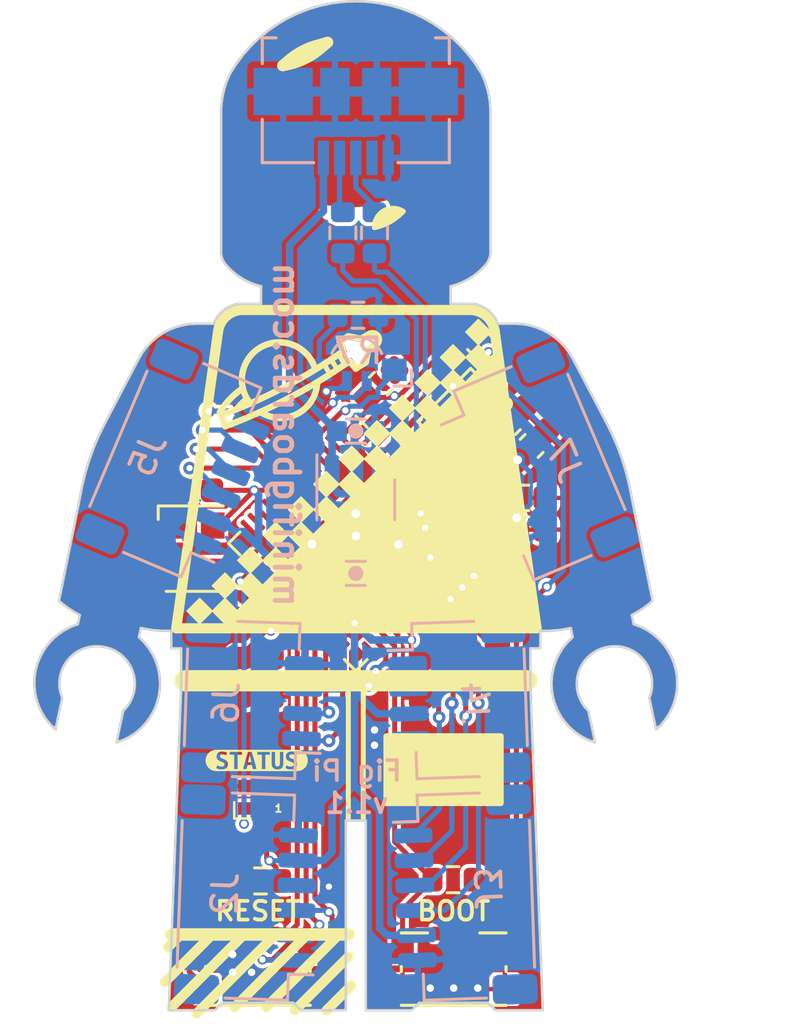
<source format=kicad_pcb>
(kicad_pcb (version 20211014) (generator pcbnew)
  (layers (0 "F.Cu" signal "Top") (31 "B.Cu" signal "Bottom") (34 "B.Paste" user) (35 "F.Paste" user) (36 "B.SilkS" user "B.Silkscreen") (37 "F.SilkS" user "F.Silkscreen") (38 "B.Mask" user) (39 "F.Mask" user) (44 "Edge.Cuts" user))
  (net 0 "")
  (net 1 "GND")
  (net 2 "+1V2")
  (net 3 "+3V3")
  (net 4 "/VDD")
  (net 5 "/USBD-")
  (net 6 "/USBD+")
  (net 8 "/SWDIO")
  (net 9 "/SWCLK")
  (net 10 "/QSPI_CS")
  (net 11 "/QSPI_SCK")
  (net 12 "/QSPI_DATA[3]")
  (net 13 "/QSPI_DATA[2]")
  (net 14 "/QSPI_DATA[1]")
  (net 15 "/QSPI_DATA[0]")
  (net 24 "/RGB_DIN")
  (net 27 "Net-(J1-PadP2)")
  (net 28 "Net-(J1-PadP3)")
  (net 29 "/~{USB_BOOT}")
  (net 30 "/VBUS")
  (net 31 "Net-(J3-Pad1)")
  (net 32 "Net-(J3-Pad2)")
  (net 33 "Net-(J3-Pad3)")
  (net 34 "Net-(J4-Pad1)")
  (net 35 "Net-(J3-Pad4)")
  (net 36 "Net-(J4-Pad2)")
  (net 37 "Net-(J6-Pad1)")
  (net 38 "Net-(J6-Pad2)")
  (net 40 "Net-(J5-Pad3)")
  (net 41 "Net-(J5-Pad4)")
  (net 42 "Net-(J5-Pad5)")
  (net 43 "Net-(J5-Pad6)")
  (net 44 "/RUN")
  (net 46 "Net-(J7-Pad1)")
  (net 47 "Net-(J7-Pad2)")
  (net 48 "Net-(J7-Pad3)")
  (net 49 "Net-(J7-Pad4)")
  (net 50 "/LED_R")
  (net 51 "Net-(D1-Pad2)")
  (net 52 "/LED_B")
  (net 53 "/LED_G")
  (net 54 "Net-(U1-Pad20)")
  (footprint "Capacitor_SMD:C_0603_1608Metric" (layer "F.Cu") (at 18.1356 -23.5204 -135)
    (fp_text reference "C1" hide)
    (fp_text value "0.1µF")
  )
  (footprint "Capacitor_SMD:C_0603_1608Metric" (layer "F.Cu") (at 19.05 -22.606 -135)
    (fp_text reference "C5" hide)
    (fp_text value "0.1µF")
  )
  (footprint "Capacitor_SMD:C_0402_1005Metric" (layer "F.Cu") (at 16.887 -21.02 45)
    (fp_text reference "C2")
    (fp_text value "1µF")
  )
  (footprint "Capacitor_SMD:C_0603_1608Metric" (layer "F.Cu") (at 7.366 -13.335 90)
    (fp_text reference "C8" hide)
    (fp_text value "0.1µF")
  )
  (footprint "Capacitor_SMD:C_0603_1608Metric" (layer "F.Cu") (at 8.636 -13.335 90)
    (fp_text reference "C3" hide)
    (fp_text value "0.1µF")
  )
  (footprint "Capacitor_SMD:C_0603_1608Metric" (layer "F.Cu") (at 5.461 -20.828)
    (fp_text reference "C7" hide)
    (fp_text value "0.1µF")
  )
  (footprint "Capacitor_SMD:C_0603_1608Metric" (layer "F.Cu") (at 18.796 -20.5232 180)
    (fp_text reference "C6" hide)
    (fp_text value "1µF")
  )
  (footprint "MINI_SAM_D51_r025_b001:KMS_SWITCH" (layer "F.Cu") (at 8.075 -1.65)
    (fp_text reference "SW1" hide)
    (fp_text value "KMS233GLFG" hide)
  )
  (footprint "MINI_SAM_D51_r025_b001:KMS_SWITCH" (layer "F.Cu") (at 15.925 -1.65)
    (fp_text reference "SW2" hide)
    (fp_text value "KMS233GLFG" hide)
  )
  (footprint "Resistor_SMD:R_0603_1608Metric" (layer "F.Cu") (at 15.9004 -5.2324)
    (fp_text reference "R3" hide)
    (fp_text value "1k")
  )
  (footprint "MINI_SAM_D51_r025_b001:USON8" (layer "F.Cu") (at 16.252 -23.941 -135)
    (fp_text reference "U2" hide)
    (fp_text value "QSPI NOR FLASH 2MiB 2x3mm USON (W25Q16JVUXIM)" hide)
  )
  (footprint "Resistor_SMD:R_0603_1608Metric" (layer "F.Cu") (at 17.018 -26.67 -45)
    (fp_text reference "R4" hide)
    (fp_text value "10k")
  )
  (footprint "Resistor_SMD:R_0603_1608Metric" (layer "F.Cu") (at 8.1788 -5.1816 180)
    (fp_text reference "R5" hide)
    (fp_text value "10k")
  )
  (footprint "kibuzzard-620D4CA4" (layer "F.Cu") (at 8.0264 -10.0076)
    (fp_text reference "kibuzzard-620D4CA4" hide)
    (fp_text value "G***" hide)
  )
  (footprint "Capacitor_SMD:C_0603_1608Metric" (layer "F.Cu") (at 13.0048 -25.0952 -135)
    (fp_text reference "C11" hide)
    (fp_text value "0.1µF")
  )
  (footprint "Capacitor_SMD:C_0603_1608Metric" (layer "F.Cu") (at 17.8816 -17.7292 135)
    (fp_text reference "C14")
    (fp_text value "0.1µF")
  )
  (footprint "LED_SMD:LED_SK6812_EC15_1.5x1.5mm" (layer "F.Cu") (at 7.9756 -8.5344 180)
    (fp_text reference "D4" hide)
    (fp_text value "WS2812B")
  )
  (footprint "Capacitor_SMD:C_0603_1608Metric" (layer "F.Cu") (at 18.796 -19.2532 180)
    (fp_text reference "C13" hide)
    (fp_text value "0.1µF")
  )
  (footprint "Capacitor_SMD:C_0603_1608Metric" (layer "F.Cu") (at 14.6 -13.3 90)
    (fp_text reference "C12" hide)
    (fp_text value "0.1µF")
  )
  (footprint "Oscillator:Oscillator_SMD_Kyocera_KC2520Z-4Pin_2.5x2.0mm" (layer "F.Cu") (at 5.5372 -18.4912)
    (fp_text reference "U4" hide)
    (fp_text value "KC2520Z")
  )
  (footprint "Library:QFN-56-1EP_7x7mm_P0.4mm_EP3.2x3.2mm" (layer "F.Cu") (at 12 -18.7 -45)
    (fp_text reference "U1")
    (fp_text value "RP2040")
  )
  (footprint "MINI_SAM_D51_r025_b001:MOLEX_47346-1001" (layer "B.Cu") (at 12 -36.8 180)
    (fp_text reference "J1" hide)
    (fp_text value "MOLEX_47346-100147346" hide)
  )
  (footprint "MINI_SAM_D51_r025_b001:0603_CAPACITOR" (layer "B.Cu") (at 12 -17.5)
    (fp_text reference "C10" hide)
    (fp_text value "10µF" hide)
  )
  (footprint "MINI_SAM_D51_r025_b001:0603_CAPACITOR" (layer "B.Cu") (at 12 -23.2 180)
    (fp_text reference "C9" hide)
    (fp_text value "10µF" hide)
  )
  (footprint "Package_TO_SOT_SMD:SOT-23-5" (layer "B.Cu") (at 12 -20.447 -90)
    (fp_text reference "U3" hide)
    (fp_text value "AP2112K-3.3")
  )
  (footprint "Resistor_SMD:R_0603_1608Metric" (layer "B.Cu") (at 11.4808 -31.1404 90)
    (fp_text reference "R2" hide)
    (fp_text value "27Ω")
  )
  (footprint "Connector_JST:JST_SH_SM06B-SRSS-TB_1x06-1MP_P1.00mm_Horizontal" (layer "B.Cu") (at 7.62 -4.572 88)
    (fp_text reference "J2")
    (fp_text value "Debug")
  )
  (footprint "Connector_JST:JST_SH_SM06B-SRSS-TB_1x06-1MP_P1.00mm_Horizontal" (layer "B.Cu") (at 19.177 -21.717 -67)
    (fp_text reference "J7")
    (fp_text value "ADC/UART0/UART0/UART1/PWM5/PWM6")
  )
  (footprint "Connector_JST:JST_SH_SM04B-SRSS-TB_1x04-1MP_P1.00mm_Horizontal" (layer "B.Cu") (at 7.874 -12.446 88)
    (fp_text reference "J6")
    (fp_text value "I2C0/PMW0")
  )
  (footprint "Connector_JST:JST_SH_SM06B-SRSS-TB_1x06-1MP_P1.00mm_Horizontal" (layer "B.Cu") (at 16.383 -4.572 -88)
    (fp_text reference "J3")
    (fp_text value "PMW3/PMW4")
  )
  (footprint "Resistor_SMD:R_0603_1608Metric" (layer "B.Cu") (at 12.7508 -31.1404 90)
    (fp_text reference "R1" hide)
    (fp_text value "27Ω")
  )
  (footprint "Connector_JST:JST_SH_SM04B-SRSS-TB_1x04-1MP_P1.00mm_Horizontal" (layer "B.Cu") (at 16.129 -12.446 -88)
    (fp_text reference "J4")
    (fp_text value "I2C1/PMW1")
  )
  (footprint "Resistor_SMD:R_0603_1608Metric" (layer "B.Cu") (at 12.0904 -27.8384)
    (fp_text reference "R7")
    (fp_text value "27R")
  )
  (footprint "LED_SMD:LED_Kingbright_APFA3010_3x1.5mm_Horizontal" (layer "B.Cu") (at 12.0396 -25.654 180)
    (fp_text reference "D1" hide)
    (fp_text value "APFA3010")
  )
  (footprint "Connector_JST:JST_SH_SM06B-SRSS-TB_1x06-1MP_P1.00mm_Horizontal" (layer "B.Cu") (at 4.953 -21.844 67)
    (fp_text reference "J5")
    (fp_text value "SPI0/PWM2/PWM3")
  )
  (gr_circle (center 8.95 -25.24) (end 9.594 -25.24) (layer "F.Cu") (width 1.5) (fill none))
  (gr_line (start 12.2 -26.9) (end 12.474437 -27.049625) (layer "F.SilkS") (width 0.254))
  (gr_line (start 12.818171 -26.652115) (end 12.5 -26.45) (layer "F.SilkS") (width 0.254))
  (gr_line (start 12.5 -26.45) (end 12.4 -25.95) (layer "F.SilkS") (width 0.254))
  (gr_line (start 11.7 -27) (end 12.2 -26.9) (layer "F.SilkS") (width 0.254))
  (gr_line (start 12.881653 -27.013025) (end 12.898034 -26.981537) (layer "F.SilkS") (width 0.254))
  (gr_line (start 12.4 -25.95) (end 12 -25.7) (layer "F.SilkS") (width 0.254))
  (gr_line (start 12 -25.7) (end 11.75 -26) (layer "F.SilkS") (width 0.254))
  (gr_arc (start 12.474437 -27.049625) (mid 12.686063 -27.120527) (end 12.881653 -27.013023) (layer "F.SilkS") (width 0.254))
  (gr_arc (start 12.898034 -26.981537) (mid 12.922457 -26.801224) (end 12.818171 -26.652114) (layer "F.SilkS") (width 0.254))
  (gr_line (start 11.7 -13.35) (end 11.7 -7.65) (layer "F.SilkS") (width 0.2))
  (gr_arc (start 6.478558 -27.189797) (mid 6.812918 -27.804917) (end 7.46874 -28.05) (layer "F.SilkS") (width 0.4064))
  (gr_line (start 18.85 -13.2) (end 5.15 -13.2) (layer "F.SilkS") (width 0.85))
  (gr_line (start 16.581259 -28.05) (end 7.46874 -28.05) (layer "F.SilkS") (width 0.4064))
  (gr_arc (start 16.581257 -28.05) (mid 17.23708 -27.804917) (end 17.57144 -27.189796) (layer "F.SilkS") (width 0.4064))
  (gr_line (start 12.3 -13.35) (end 12.3 -7.65) (layer "F.SilkS") (width 0.2))
  (gr_line (start 6.478559 -27.189796) (end 4.8 -15.3) (layer "F.SilkS") (width 0.4064))
  (gr_line (start 4.8 -15.3) (end 19.25 -15.3) (layer "F.SilkS") (width 0.4064))
  (gr_line (start 19.25 -15.3) (end 17.57144 -27.189796) (layer "F.SilkS") (width 0.4064))
  (gr_arc (start 12.75 -31.35) (mid 13.127786 -32.023918) (end 13.9 -31.999998) (layer "F.SilkS") (width 0.2032))
  (gr_arc (start 13.9 -32) (mid 13.375022 -31.586499) (end 12.75 -31.35) (layer "F.SilkS") (width 0.2032))
  (gr_arc (start 7.7 -24.4) (mid 8.252444 -26.591497) (end 10.349999 -25.749998) (layer "F.SilkS") (width 0.254))
  (gr_arc (start 10.7173 -25.897409) (mid 10.838016 -25.690546) (end 10.95867 -25.483646) (layer "F.SilkS") (width 0.2))
  (gr_arc (start 10.84509 -38.867928) (mid 10.961175 -38.819009) (end 10.937289 -38.695322) (layer "F.SilkS") (width 0.25))
  (gr_arc (start 9.090475 -37.736771) (mid 8.97934 -37.789667) (end 9.003702 -37.910313) (layer "F.SilkS") (width 0.25))
  (gr_line (start 9.333346 -37.790743) (end 9.090475 -37.736771) (layer "F.SilkS") (width 0.25))
  (gr_line (start 11.5 -26.4) (end 11.35 -26.8) (layer "F.SilkS") (width 0.254))
  (gr_line (start 13.7 -32) (end 13.15 -31.95) (layer "F.SilkS") (width 0.25))
  (gr_line (start 11.35 -26.8) (end 11.7 -27) (layer "F.SilkS") (width 0.254))
  (gr_arc (start 9.257278 -38.127665) (mid 9.782998 -38.488959) (end 10.373221 -38.730934) (layer "F.SilkS") (width 0.25))
  (gr_arc (start 11.5 -26.4) (mid 9.133977 -24.961581) (end 6.603299 -23.837844) (layer "F.SilkS") (width 0.254))
  (gr_arc (start 10.45 -25.1) (mid 9.650561 -23.888035) (end 8.200001 -23.949999) (layer "F.SilkS") (width 0.254))
  (gr_arc (start 6.55 -23.95) (mid 6.658292 -23.66865) (end 6.766477 -23.387258) (layer "F.SilkS") (width 0.254))
  (gr_line (start 10.373221 -38.730934) (end 10.84509 -38.867928) (layer "F.SilkS") (width 0.25))
  (gr_arc (start 11.3015 -26.303809) (mid 11.427748 -26.08747) (end 11.553928 -25.871092) (layer "F.SilkS") (width 0.2))
  (gr_line (start 9.2 -37.9) (end 10.75 -38.7) (layer "F.SilkS") (width 0.35))
  (gr_line (start 9.003703 -37.910315) (end 9.257278 -38.127665) (layer "F.SilkS") (width 0.25))
  (gr_arc (start 10.612131 -38.42219) (mid 10.010808 -38.02937) (end 9.333346 -37.790742) (layer "F.SilkS") (width 0.25))
  (gr_arc (start 11.75 -26) (mid 9.341011 -24.536105) (end 6.764719 -23.392017) (layer "F.SilkS") (width 0.254))
  (gr_arc (start 6.55 -23.95) (mid 6.947979 -24.474283) (end 7.45 -24.9) (layer "F.SilkS") (width 0.254))
  (gr_arc (start 10.9967 -26.100609) (mid 11.128481 -25.874796) (end 11.260188 -25.64894) (layer "F.SilkS") (width 0.2))
  (gr_line (start 12.9 -31.55) (end 13.7 -32) (layer "F.SilkS") (width 0.25))
  (gr_line (start 13.15 -31.95) (end 12.9 -31.6) (layer "F.SilkS") (width 0.25))
  (gr_arc (start 7.2375 -24.094009) (mid 7.4252 -24.301374) (end 7.635436 -24.485852) (layer "F.SilkS") (width 0.254))
  (gr_line (start 10.93729 -38.695325) (end 10.612131 -38.42219) (layer "F.SilkS") (width 0.25))
  (gr_poly (pts (xy 16.4069 -26.151409) (xy 15.8989 -25.643409) (xy 15.3909 -26.151409) (xy 15.8989 -26.659409)) (layer "F.SilkS") (width 0.05) (fill solid))
  (gr_poly (pts (xy 15.3909 -25.135409) (xy 14.8829 -24.627409) (xy 14.3749 -25.135409) (xy 14.8829 -25.643409)) (layer "F.SilkS") (width 0.05) (fill solid))
  (gr_poly (pts (xy 14.3749 -24.119409) (xy 13.8669 -23.611409) (xy 13.3589 -24.119409) (xy 13.8669 -24.627409)) (layer "F.SilkS") (width 0.05) (fill solid))
  (gr_poly (pts (xy 13.3589 -23.103409) (xy 12.8509 -22.595409) (xy 12.3429 -23.103409) (xy 12.8509 -23.611409)) (layer "F.SilkS") (width 0.05) (fill solid))
  (gr_poly (pts (xy 12.3429 -22.087409) (xy 11.8349 -21.579409) (xy 11.3269 -22.087409) (xy 11.8349 -22.595409)) (layer "F.SilkS") (width 0.05) (fill solid))
  (gr_poly (pts (xy 11.3269 -21.071409) (xy 10.8189 -20.563409) (xy 10.3109 -21.071409) (xy 10.8189 -21.579409)) (layer "F.SilkS") (width 0.05) (fill solid))
  (gr_poly (pts (xy 10.3109 -20.055409) (xy 9.8029 -19.547409) (xy 9.2949 -20.055409) (xy 9.8029 -20.563409)) (layer "F.SilkS") (width 0.05) (fill solid))
  (gr_poly (pts (xy 9.2949 -19.039409) (xy 8.7869 -18.531409) (xy 8.2789 -19.039409) (xy 8.7869 -19.547409)) (layer "F.SilkS") (width 0.05) (fill solid))
  (gr_poly (pts (xy 8.2789 -18.023409) (xy 7.7709 -17.515409) (xy 7.2629 -18.023409) (xy 7.7709 -18.531409)) (layer "F.SilkS") (width 0.05) (fill solid))
  (gr_poly (pts (xy 7.2629 -17.007409) (xy 6.7549 -16.499409) (xy 6.2469 -17.007409) (xy 6.7549 -17.515409)) (layer "F.SilkS") (width 0.05) (fill solid))
  (gr_poly (pts (xy 6.2469 -15.991409) (xy 5.7389 -15.483409) (xy 5.2309 -15.991409) (xy 5.7389 -16.499409)) (layer "F.SilkS") (width 0.05) (fill solid))
  (gr_poly (pts (xy 17.4229 -26.151409) (xy 16.9149 -25.643409) (xy 16.4069 -26.151409) (xy 16.9149 -26.659409)) (layer "F.SilkS") (width 0.05) (fill solid))
  (gr_poly (pts (xy 16.4069 -25.135409) (xy 15.8989 -24.627409) (xy 15.3909 -25.135409) (xy 15.8989 -25.643409)) (layer "F.SilkS") (width 0.05) (fill solid))
  (gr_poly (pts (xy 15.3909 -24.119409) (xy 14.8829 -23.611409) (xy 14.3749 -24.119409) (xy 14.8829 -24.627409)) (layer "F.SilkS") (width 0.05) (fill solid))
  (gr_poly (pts (xy 14.3749 -23.103409) (xy 13.8669 -22.595409) (xy 13.3589 -23.103409) (xy 13.8669 -23.611409)) (layer "F.SilkS") (width 0.05) (fill solid))
  (gr_poly (pts (xy 13.3589 -22.087409) (xy 12.8509 -21.579409) (xy 12.3429 -22.087409) (xy 12.8509 -22.595409)) (layer "F.SilkS") (width 0.05) (fill solid))
  (gr_poly (pts (xy 12.3429 -21.071409) (xy 11.8349 -20.563409) (xy 11.3269 -21.071409) (xy 11.8349 -21.579409)) (layer "F.SilkS") (width 0.05) (fill solid))
  (gr_poly (pts (xy 11.3269 -20.055409) (xy 10.8189 -19.547409) (xy 10.3109 -20.055409) (xy 10.8189 -20.563409)) (layer "F.SilkS") (width 0.05) (fill solid))
  (gr_poly (pts (xy 10.3109 -19.039409) (xy 9.8029 -18.531409) (xy 9.2949 -19.039409) (xy 9.8029 -19.547409)) (layer "F.SilkS") (width 0.05) (fill solid))
  (gr_poly (pts (xy 9.2949 -18.023409) (xy 8.7869 -17.515409) (xy 8.2789 -18.023409) (xy 8.7869 -18.531409)) (layer "F.SilkS") (width 0.05) (fill solid))
  (gr_poly (pts (xy 8.2789 -17.007409) (xy 7.7709 -16.499409) (xy 7.2629 -17.007409) (xy 7.7709 -17.515409)) (layer "F.SilkS") (width 0.05) (fill solid))
  (gr_poly (pts (xy 7.2629 -15.991409) (xy 6.7549 -15.483409) (xy 6.2469 -15.991409) (xy 6.7549 -16.499409)) (layer "F.SilkS") (width 0.05) (fill solid))
  (gr_line (start 5.6119 0.137591) (end 8.7869 -3.037409) (layer "F.SilkS") (width 0.4))
  (gr_line (start 7.1359 -0.116409) (end 10.0569 -3.037409) (layer "F.SilkS") (width 0.4))
  (gr_line (start 8.4059 -0.116409) (end 11.3269 -3.037409) (layer "F.SilkS") (width 0.4))
  (gr_line (start 9.5489 0.010591) (end 11.7079 -2.148409) (layer "F.SilkS") (width 0.4))
  (gr_line (start 10.8189 0.010591) (end 11.8349 -1.005409) (layer "F.SilkS") (width 0.4))
  (gr_line (start 4.3419 -1.132409) (end 6.2469 -3.037409) (layer "F.SilkS") (width 0.4))
  (gr_line (start 4.4689 -2.529409) (end 4.9769 -3.037409) (layer "F.SilkS") (width 0.4))
  (gr_line (start 11.7079 -3.037409) (end 4.5959 -3.037409) (layer "F.SilkS") (width 0.5))
  (gr_line (start 13.2334 -10.9728) (end 13.2334 -8.3058) (layer "F.SilkS") (width 0.25))
  (gr_poly (pts (xy 17.4229 -27.167409) (xy 16.9149 -26.659409) (xy 16.4069 -27.167409) (xy 16.9149 -27.675409)) (layer "F.SilkS") (width 0.05) (fill solid))
  (gr_line (start 4.5959 -0.116409) (end 7.5169 -3.037409) (layer "F.SilkS") (width 0.4))
  (gr_poly (pts (xy 17.6784 -8.4328) (xy 13.3477 -8.4328) (xy 13.3477 -10.8585) (xy 17.6784 -10.8585)) (layer "F.SilkS") (width 0.25) (fill solid))
  (gr_poly (pts (xy 19.25 -15.3) (xy 6.689343 -15.371842) (xy 6.7549 -15.483409) (xy 17.6769 -26.405409)) (layer "F.SilkS") (width 0.1) (fill solid))
  (gr_line (start 17.8054 -10.9728) (end 13.2334 -10.9728) (layer "F.SilkS") (width 0.25))
  (gr_line (start 17.8054 -8.3058) (end 17.8054 -10.9728) (layer "F.SilkS") (width 0.25))
  (gr_line (start 13.2334 -8.3058) (end 17.8054 -8.3058) (layer "F.SilkS") (width 0.25))
  (gr_line (start 4.6 -14.5) (end 4.6 -15.2) (layer "Edge.Cuts") (width 0.1))
  (gr_line (start 23.9 -16.4) (end 23.060403 -20.537584) (layer "Edge.Cuts") (width 0.1))
  (gr_line (start 5 -14.5) (end 4.6 -14.5) (layer "Edge.Cuts") (width 0.1))
  (gr_line (start 2.675259 -11.996596) (end 2.404971 -10.725006) (layer "Edge.Cuts") (width 0.1))
  (gr_arc (start 21.595025 -10.725006) (mid 19.903363 -12.571132) (end 20.697887 -14.945712) (layer "Edge.Cuts") (width 0.1))
  (gr_line (start 16.681965 -28.3) (end 15.8 -28.3) (layer "Edge.Cuts") (width 0.1))
  (gr_line (start 15.8 -28.3) (end 15.8 -29) (layer "Edge.Cuts") (width 0.1))
  (gr_arc (start 3.302112 -14.945712) (mid 4.096635 -12.57113) (end 2.40497 -10.725004) (layer "Edge.Cuts") (width 0.1))
  (gr_arc (start 23.143256 -15.46549) (mid 24.834919 -13.619364) (end 24.040396 -11.244783) (layer "Edge.Cuts") (width 0.1))
  (gr_arc (start 21.324738 -11.996595) (mid 20.919513 -13.494335) (end 22.060912 -14.545353) (layer "Edge.Cuts") (width 0.1))
  (gr_line (start 20.697887 -14.945712) (end 20.619921 -15.312518) (layer "Edge.Cuts") (width 0.1))
  (gr_line (start 21.32474 -11.996596) (end 21.595028 -10.725006) (layer "Edge.Cuts") (width 0.1))
  (gr_line (start 23.770109 -12.516375) (end 24.040396 -11.244784) (layer "Edge.Cuts") (width 0.1))
  (gr_line (start 0.856743 -15.46549) (end 0.934709 -15.832296) (layer "Edge.Cuts") (width 0.1))
  (gr_line (start 8.2 -28.3) (end 7.318034 -28.3) (layer "Edge.Cuts") (width 0.1))
  (gr_arc (start 0.229888 -12.516376) (mid 0.468881 -14.049448) (end 1.939087 -14.545353) (layer "Edge.Cuts") (width 0.1))
  (gr_line (start 19 -14.5) (end 19.4 -14.5) (layer "Edge.Cuts") (width 0.1))
  (gr_line (start 23.143256 -15.46549) (end 23.06529 -15.832296) (layer "Edge.Cuts") (width 0.1))
  (gr_arc (start 23.9 -16.4) (mid 23.50125 -16.088793) (end 23.06529 -15.832296) (layer "Edge.Cuts") (width 0.1))
  (gr_line (start 8.2 -28.3) (end 8.2 -29) (layer "Edge.Cuts") (width 0.1))
  (gr_arc (start 20.619921 -15.312518) (mid 20.013648 -15.21628) (end 19.4 -15.2) (layer "Edge.Cuts") (width 0.1))
  (gr_line (start 3.302112 -14.945712) (end 3.380078 -15.312518) (layer "Edge.Cuts") (width 0.1))
  (gr_line (start 19.4 -14.5) (end 19.4 -15.2) (layer "Edge.Cuts") (width 0.1))
  (gr_line (start 0.22989 -12.516375) (end -0.040396 -11.244784) (layer "Edge.Cuts") (width 0.1))
  (gr_arc (start 1.939087 -14.545353) (mid 3.080485 -13.494333) (end 2.675259 -11.996594) (layer "Edge.Cuts") (width 0.1))
  (gr_arc (start -0.040399 -11.244784) (mid -0.834921 -13.619365) (end 0.856743 -15.46549) (layer "Edge.Cuts") (width 0.1))
  (gr_arc (start 22.060912 -14.545353) (mid 23.531119 -14.049448) (end 23.770108 -12.516374) (layer "Edge.Cuts") (width 0.1))
  (gr_arc (start 3.299999 -26.1) (mid 4.263015 -27.122808) (end 5.616256 -27.5) (layer "Edge.Cuts") (width 0.1))
  (gr_line (start 17.7 -27.5) (end 18.383743 -27.5) (layer "Edge.Cuts") (width 0.1))
  (gr_arc (start 18.383743 -27.5) (mid 19.736984 -27.122807) (end 20.699999 -26.099999) (layer "Edge.Cuts") (width 0.1))
  (gr_line (start 6.3 -27.5) (end 5.616256 -27.5) (layer "Edge.Cuts") (width 0.1))
  (gr_arc (start 22.063715 -23.50245) (mid 22.680273 -22.059757) (end 23.060403 -20.537584) (layer "Edge.Cuts") (width 0.1))
  (gr_line (start 20.699999 -26.099999) (end 22.063715 -23.50245) (layer "Edge.Cuts") (width 0.1))
  (gr_line (start 19 -13) (end 19 -14.5) (layer "Edge.Cuts") (width 0.1))
  (gr_line (start 9.5 -0.3) (end 9.8 0) (layer "Edge.Cuts") (width 0.1))
  (gr_line (start 12.4 0) (end 14.25 0) (layer "Edge.Cuts") (width 0.1))
  (gr_line (start 14.55 -0.3) (end 17.3 -0.3) (layer "Edge.Cuts") (width 0.1))
  (gr_line (start 17.3 -0.3) (end 17.6 0) (layer "Edge.Cuts") (width 0.1))
  (gr_line (start 17.6 0) (end 19.5 0) (layer "Edge.Cuts") (width 0.1))
  (gr_arc (start 0.934709 -15.832296) (mid 0.49875 -16.088793) (end 0.1 -16.4) (layer "Edge.Cuts") (width 0.1))
  (gr_line (start 19 -13) (end 19.5 0) (layer "Edge.Cuts") (width 0.1))
  (gr_arc (start 16.681964 -28.300001) (mid 17.304614 -28.044602) (end 17.7 -27.5) (layer "Edge.Cuts") (width 0.1))
  (gr_line (start 6.35 0) (end 6.65 -0.3) (layer "Edge.Cuts") (width 0.1))
  (gr_line (start 12.4 -7.6) (end 12.4 0) (layer "Edge.Cuts") (width 0.1))
  (gr_line (start 1.936284 -23.50245) (end 3.3 -26.1) (layer "Edge.Cuts") (width 0.1))
  (gr_line (start 14.25 0) (end 14.55 -0.3) (layer "Edge.Cuts") (width 0.1))
  (gr_arc (start 4.6 -15.2) (mid 3.986352 -15.21628) (end 3.380078 -15.312518) (layer "Edge.Cuts") (width 0.1))
  (gr_line (start 9.8 0) (end 11.6 0) (layer "Edge.Cuts") (width 0.1))
  (gr_line (start 5 -13) (end 5 -14.5) (layer "Edge.Cuts") (width 0.1))
  (gr_arc (start 6.299999 -27.5) (mid 6.695385 -28.044602) (end 7.318034 -28.3) (layer "Edge.Cuts") (width 0.1))
  (gr_line (start 5 -13) (end 4.5 0) (layer "Edge.Cuts") (width 0.1))
  (gr_line (start 11.6 0) (end 11.6 -7.6) (layer "Edge.Cuts") (width 0.1))
  (gr_line (start 0.1 -16.4) (end 0.939596 -20.537584) (layer "Edge.Cuts") (width 0.1))
  (gr_arc (start 0.939596 -20.537584) (mid 1.319727 -22.059756) (end 1.936284 -23.50245) (layer "Edge.Cuts") (width 0.1))
  (gr_line (start 4.5 0) (end 6.35 0) (layer "Edge.Cuts") (width 0.1))
  (gr_line (start 11.6 -7.6) (end 12.4 -7.6) (layer "Edge.Cuts") (width 0.1))
  (gr_line (start 6.65 -0.3) (end 9.5 -0.3) (layer "Edge.Cuts") (width 0.1))
  (gr_arc (start 8.2 -29) (mid 7.463434 -29.296107) (end 6.85 -29.8) (layer "Edge.Cuts") (width 0.1))
  (gr_arc (start 17.399999 -30.3) (mid 17.319081 -30.027959) (end 17.15 -29.8) (layer "Edge.Cuts") (width 0.1))
  (gr_line (start 6.6 -30.3) (end 6.6 -36) (layer "Edge.Cuts") (width 0.1))
  (gr_arc (start 6.95 -37.5) (mid 12 -40.415619) (end 17.05 -37.5) (layer "Edge.Cuts") (width 0.1))
  (gr_arc (start 6.85 -29.8) (mid 6.680918 -30.027959) (end 6.6 -30.3) (layer "Edge.Cuts") (width 0.1))
  (gr_line (start 17.4 -30.3) (end 17.4 -36) (layer "Edge.Cuts") (width 0.1))
  (gr_arc (start 17.15 -29.8) (mid 16.536566 -29.296107) (end 15.8 -29) (layer "Edge.Cuts") (width 0.1))
  (gr_arc (start 6.6 -36) (mid 6.692862 -36.769166) (end 6.95 -37.5) (layer "Edge.Cuts") (width 0.1))
  (gr_arc (start 17.05 -37.5) (mid 17.307138 -36.769166) (end 17.4 -36) (layer "Edge.Cuts") (width 0.1))
  (gr_text "minifigboards.com" (at 9.8044 -16.0528 -90) (layer "B.SilkS") (effects (font (size 1 1) (thickness 0.1905)) (justify left top mirror)))
  (gr_text "Fig Pi\nv1.1" (at 12.0396 -8.9408) (layer "B.SilkS") (effects (font (size 0.8 0.8)) (justify mirror)))
  (gr_text "BOOT" (at 15.925 -4.411409) (layer "F.SilkS") (effects (font (size 0.75 0.75)) (justify top)))
  (gr_text "RESET" (at 8.075 -4.411409) (layer "F.SilkS") (effects (font (size 0.75 0.75)) (justify top)))
  (segment (start 13.875 -0.85) (end 13.9 -0.85) (width 0.2032) (layer "F.Cu") (net 1))
  (segment (start 16.002 -24.892) (end 16.142339 -24.892) (width 0.2032) (layer "F.Cu") (net 1))
  (segment (start 16.142339 -24.892) (end 16.605553 -25.355214) (width 0.2032) (layer "F.Cu") (net 1))
  (via (at 12 -19) (size 0.604) (drill 0.35) (layers "F.Cu" "B.Cu") (net 1))
  (via (at 10.237 -18.669) (size 0.604) (drill 0.35) (layers "F.Cu" "B.Cu") (net 1))
  (via (at 13.716 -18.664) (size 0.604) (drill 0.35) (layers "F.Cu" "B.Cu") (net 1))
  (via (at 7.0612 -2.2352) (size 0.554) (drill 0.3) (layers "F.Cu" "B.Cu") (net 1))
  (via (at 12 -19.9) (size 0.604) (drill 0.35) (layers "F.Cu" "B.Cu") (net 1))
  (via (at 16.891 -0.889) (size 0.554) (drill 0.3) (layers "F.Cu" "B.Cu") (net 1))
  (via (at 15.9004 -24.9936) (size 0.4) (drill 0.254) (layers "F.Cu" "B.Cu") (net 1))
  (via (at 14.986 -0.889) (size 0.554) (drill 0.3) (layers "F.Cu" "B.Cu") (net 1))
  (via (at 15.925 -0.889) (size 0.554) (drill 0.3) (layers "F.Cu" "B.Cu") (net 1))
  (via (at 10.922 -4.953) (size 0.4) (drill 0.254) (layers "F.Cu" "B.Cu") (net 1))
  (via (at 12.7508 -11.2268) (size 0.554) (drill 0.3) (layers "F.Cu" "B.Cu") (net 1))
  (via (at 12.7508 -10.6172) (size 0.554) (drill 0.3) (layers "F.Cu" "B.Cu") (net 1))
  (via (at 7.0612 -1.524) (size 0.554) (drill 0.3) (layers "F.Cu" "B.Cu") (net 1))
  (via (at 7.8232 -1.524) (size 0.554) (drill 0.3) (layers "F.Cu" "B.Cu") (net 1))
  (segment (start 11.1625 -36.8) (end 9.0875 -36.8) (width 0.4064) (layer "B.Cu") (net 1))
  (segment (start 12.8375 -36.8) (end 11.1625 -36.8) (width 0.4064) (layer "B.Cu") (net 1))
  (segment (start 14.9125 -36.8) (end 12.8375 -36.8) (width 0.4064) (layer "B.Cu") (net 1))
  (segment (start 16.547589 -20.680589) (end 16.547589 -20.606004) (width 0.2032) (layer "F.Cu") (net 2))
  (segment (start 8.859864 -14.711336) (end 9.993585 -15.845056) (width 0.2032) (layer "F.Cu") (net 2))
  (segment (start 14.289258 -21.272101) (end 13.959222 -20.942065) (width 0.2032) (layer "F.Cu") (net 2))
  (segment (start 15.373435 -19.424565) (end 15.367 -19.431) (width 0.2032) (layer "F.Cu") (net 2))
  (segment (start 8.636 -13.815) (end 8.636 -14.487472) (width 0.2032) (layer "F.Cu") (net 2))
  (segment (start 16.547589 -20.680589) (end 16.526174 -20.680589) (width 0.2032) (layer "F.Cu") (net 2))
  (segment (start 16.526174 -20.680589) (end 15.703472 -19.857887) (width 0.2032) (layer "F.Cu") (net 2))
  (segment (start 8.636 -14.487472) (end 8.859864 -14.711336) (width 0.2032) (layer "F.Cu") (net 2))
  (segment (start 10.332267 -16.183738) (end 12.125536 -16.183738) (width 0.2032) (layer "F.Cu") (net 2))
  (segment (start 15.113 -18.923) (end 15.373435 -19.183435) (width 0.2032) (layer "F.Cu") (net 2))
  (segment (start 15.367 -19.431) (end 15.367 -19.455683) (width 0.2032) (layer "F.Cu") (net 2))
  (segment (start 15.367 -19.455683) (end 15.703472 -19.792155) (width 0.2032) (layer "F.Cu") (net 2))
  (segment (start 14.289258 -21.272101) (end 14.926157 -21.909) (width 0.2032) (layer "F.Cu") (net 2))
  (segment (start 9.993585 -15.845056) (end 10.332267 -16.183738) (width 0.2032) (layer "F.Cu") (net 2))
  (segment (start 12.125536 -16.183738) (end 14.864798 -18.923) (width 0.2032) (layer "F.Cu") (net 2))
  (segment (start 13.959222 -20.942065) (end 13.959222 -19.568778) (width 0.2032) (layer "F.Cu") (net 2))
  (segment (start 16.47686 -21.909) (end 17.387852 -22.819992) (width 0.2032) (layer "F.Cu") (net 2))
  (segment (start 15.373435 -19.183435) (end 15.373435 -19.424565) (width 0.2032) (layer "F.Cu") (net 2))
  (segment (start 13.959222 -19.568778) (end 14.605 -18.923) (width 0.2032) (layer "F.Cu") (net 2))
  (segment (start 14.986 -18.923) (end 15.113 -18.923) (width 0.2032) (layer "F.Cu") (net 2))
  (segment (start 14.864798 -18.923) (end 14.986 -18.923) (width 0.2032) (layer "F.Cu") (net 2))
  (segment (start 15.703472 -19.792155) (end 15.703472 -19.857887) (width 0.2032) (layer "F.Cu") (net 2))
  (segment (start 14.605 -18.923) (end 14.986 -18.923) (width 0.2032) (layer "F.Cu") (net 2))
  (segment (start 17.387852 -22.819992) (end 17.435192 -22.819992) (width 0.2032) (layer "F.Cu") (net 2))
  (segment (start 14.926157 -21.909) (end 16.47686 -21.909) (width 0.2032) (layer "F.Cu") (net 2))
  (segment (start 7.9248 -20.828) (end 8.457787 -20.828) (width 0.2032) (layer "F.Cu") (net 3))
  (segment (start 13.734258 -24.605458) (end 16.331363 -27.202563) (width 0.2032) (layer "F.Cu") (net 3))
  (segment (start 18.021 -18.964616) (end 17.333592 -18.277208) (width 0.2032) (layer "F.Cu") (net 3))
  (segment (start 18.021 -20.5232) (end 18.454002 -20.090198) (width 0.2032) (layer "F.Cu") (net 3))
  (segment (start 18.454002 -20.090198) (end 18.454002 -19.724002) (width 0.2032) (layer "F.Cu") (net 3))
  (segment (start 8.393047 -15.198411) (end 8.594411 -15.198411) (width 0.2032) (layer "F.Cu") (net 3))
  (segment (start 18.249588 -22.005596) (end 18.349592 -21.905592) (width 0.2032) (layer "F.Cu") (net 3))
  (segment (start 6.513 -19.4162) (end 7.9248 -20.828) (width 0.2032) (layer "F.Cu") (net 3))
  (segment (start 16.331363 -27.202563) (end 16.383837 -27.202563) (width 0.2032) (layer "F.Cu") (net 3))
  (segment (start 6.236 -20.828) (end 7.9248 -20.828) (width 0.2032) (layer "F.Cu") (net 3))
  (segment (start 16.269157 -18.107798) (end 17.164182 -18.107798) (width 0.2032) (layer "F.Cu") (net 3))
  (segment (start 14.224 -15.061787) (end 13.723573 -15.562214) (width 0.2032) (layer "F.Cu") (net 3))
  (segment (start 17.981998 -19.292202) (end 18.021 -19.2532) (width 0.2032) (layer "F.Cu") (net 3))
  (segment (start 15.429 -21.280471) (end 14.854944 -20.706415) (width 0.2032) (layer "F.Cu") (net 3))
  (segment (start 13.545342 -24.605458) (end 13.734258 -24.605458) (width 0.2032) (layer "F.Cu") (net 3))
  (segment (start 18.021 -19.2532) (end 18.454002 -19.686202) (width 0.2032) (layer "F.Cu") (net 3))
  (segment (start 8.4256 -8.0844) (end 8.4256 -6.1032) (width 0.2032) (layer "F.Cu") (net 3))
  (segment (start 13.545342 -24.605458) (end 13.487076 -24.547192) (width 0.2032) (layer "F.Cu") (net 3))
  (segment (start 15.110843 -21.528) (end 14.572101 -20.989258) (width 0.2032) (layer "F.Cu") (net 3))
  (segment (start 17.500155 -20.5232) (end 18.021 -20.5232) (width 0.2032) (layer "F.Cu") (net 3))
  (segment (start 17.075658 -22.005596) (end 18.249588 -22.005596) (width 0.2032) (layer "F.Cu") (net 3))
  (segment (start 8.781254 -15.198411) (end 9.710742 -16.127899) (width 0.2032) (layer "F.Cu") (net 3))
  (segment (start 15.986314 -19.575045) (end 16.269157 -19.292202) (width 0.2032) (layer "F.Cu") (net 3))
  (segment (start 8.4256 -6.1032) (end 8.5344 -5.9944) (width 0.2032) (layer "F.Cu") (net 3))
  (segment (start 16.269157 -19.292202) (end 17.500155 -20.5232) (width 0.2032) (layer "F.Cu") (net 3))
  (segment (start 17.164182 -18.107798) (end 17.333592 -18.277208) (width 0.2032) (layer "F.Cu") (net 3))
  (segment (start 8.594411 -15.198411) (end 8.781254 -15.198411) (width 0.2032) (layer "F.Cu") (net 3))
  (segment (start 6.2622 -19.4162) (end 6.513 -19.4162) (width 0.3048) (layer "F.Cu") (net 3))
  (segment (start 15.429 -21.528) (end 15.429 -21.280471) (width 0.2032) (layer "F.Cu") (net 3))
  (segment (start 7.493 -14.11) (end 7.493 -14.298364) (width 0.2032) (layer "F.Cu") (net 3))
  (segment (start 17.873 -19.115) (end 17.935 -19.177) (width 0.2032) (layer "F.Cu") (net 3))
  (segment (start 16.598062 -21.528) (end 17.075658 -22.005596) (width 0.2032) (layer "F.Cu") (net 3))
  (segment (start 8.8006 -5.7282) (end 8.5344 -5.9944) (width 0.2032) (layer "F.Cu") (net 3))
  (segment (start 18.021 -19.2532) (end 18.021 -18.964616) (width 0.2032) (layer "F.Cu") (net 3))
  (segment (start 14.224 -14.8336) (end 14.224 -15.061787) (width 0.2032) (layer "F.Cu") (net 3))
  (segment (start 12.609192 -24.170551) (end 11.407798 -22.969157) (width 0.2032) (layer "F.Cu") (net 3))
  (segment (start 13.487076 -24.547192) (end 12.456792 -24.547192) (width 0.2032) (layer "F.Cu") (net 3))
  (segment (start 7.493 -14.298364) (end 8.393047 -15.198411) (width 0.2032) (layer "F.Cu") (net 3))
  (segment (start 16.269157 -19.292202) (end 17.981998 -19.292202) (width 0.2032) (layer "F.Cu") (net 3))
  (segment (start 15.429 -21.528) (end 15.110843 -21.528) (width 0.2032) (layer "F.Cu") (net 3))
  (segment (start 15.429 -21.528) (end 16.598062 -21.528) (width 0.2032) (layer "F.Cu") (net 3))
  (segment (start 8.457787 -20.828) (end 8.862214 -20.423573) (width 0.2032) (layer "F.Cu") (net 3))
  (segment (start 18.454002 -19.686202) (end 18.454002 -19.724002) (width 0.2032) (layer "F.Cu") (net 3))
  (segment (start 14.224 -13.815) (end 14.224 -14.8336) (width 0.2032) (layer "F.Cu") (net 3))
  (segment (start 12.609192 -24.191592) (end 12.609192 -24.170551) (width 0.2032) (layer "F.Cu") (net 3))
  (segment (start 8.8006 -5.2324) (end 8.8006 -5.7282) (width 0.2032) (layer "F.Cu") (net 3))
  (via (at 7.9248 -20.828) (size 0.4) (drill 0.254) (layers "F.Cu" "B.Cu") (net 3))
  (via (at 18.4912 -22.0472) (size 0.604) (drill 0.35) (layers "F.Cu" "B.Cu") (net 3))
  (via (at 8.594411 -15.198411) (size 0.4) (drill 0.254) (layers "F.Cu" "B.Cu") (net 3))
  (via (at 11.951 -15.507) (size 0.508) (drill 0.254) (layers "F.Cu" "B.Cu") (net 3))
  (via (at 8.5344 -5.9944) (size 0.4) (drill 0.254) (layers "F.Cu" "B.Cu") (net 3))
  (via (at 13.545342 -24.605458) (size 0.4) (drill 0.254) (layers "F.Cu" "B.Cu") (net 3))
  (via (at 18.454002 -19.724002) (size 0.604) (drill 0.35) (layers "F.Cu" "B.Cu") (net 3))
  (via (at 14.224 -14.8336) (size 0.4) (drill 0.254) (layers "F.Cu" "B.Cu") (net 3))
  (segment (start 11.05 -18.9999) (end 11.05 -17.701) (width 0.3048) (layer "B.Cu") (net 3))
  (segment (start 11.238 -17.5) (end 11.05 -17.701) (width 0.3048) (layer "B.Cu") (net 3))
  (segment (start 11.238 -17.5) (end 11.951 -16.8) (width 0.3048) (layer "B.Cu") (net 3))
  (segment (start 14.0208 -24.13) (end 13.545342 -24.605458) (width 0.2032) (layer "B.Cu") (net 3))
  (segment (start 14.0208 -20.574) (end 14.0208 -24.13) (width 0.2032) (layer "B.Cu") (net 3))
  (segment (start 10.700287 -6.001287) (end 9.671131 -6.001287) (width 0.3048) (layer "B.Cu") (net 3))
  (segment (start 18.9992 -21.5392) (end 18.4912 -22.0472) (width 0.2032) (layer "B.Cu") (net 3))
  (segment (start 11.938 -9.017) (end 11.049 -8.128) (width 0.3048) (layer "B.Cu") (net 3))
  (segment (start 18.9992 -20.2692) (end 18.9992 -21.5392) (width 0.2032) (layer "B.Cu") (net 3))
  (segment (start 17.52278 -19.55478) (end 17.922087 -19.55478) (width 0.2032) (layer "B.Cu") (net 3))
  (segment (start 11.938 -9.017) (end 12.954 -8.001) (width 0.3048) (layer "B.Cu") (net 3))
  (segment (start 11.859896 -12.875896) (end 12.859286 -11.876506) (width 0.3048) (layer "B.Cu") (net 3))
  (segment (start 17.922087 -19.55478) (end 18.091309 -19.724002) (width 0.2032) (layer "B.Cu") (net 3))
  (segment (start 11.859896 -12.875896) (end 9.890231 -12.875896) (width 0.3048) (layer "B.Cu") (net 3))
  (segment (start 17.4244 -17.8308) (end 17.018 -18.2372) (width 0.3048) (layer "B.Cu") (net 3))
  (segment (start 6.60722 -19.68178) (end 6.207913 -19.68178) (width 0.3048) (layer "B.Cu") (net 3))
  (segment (start 9.17 -17.5) (end 9.17 -15.774) (width 0.3048) (layer "B.Cu") (net 3))
  (segment (start 9.664244 -5.9944) (end 9.671131 -6.001287) (width 0.2032) (layer "B.Cu") (net 3))
  (segment (start 8.5344 -5.9944) (end 9.664244 -5.9944) (width 0.2032) (layer "B.Cu") (net 3))
  (segment (start 12.859286 -11.876506) (end 14.147668 -11.876506) (width 0.3048) (layer "B.Cu") (net 3))
  (segment (start 18.454002 -19.724002) (end 18.9992 -20.2692) (width 0.2032) (layer "B.Cu") (net 3))
  (segment (start 17.018 -19.05) (end 17.52278 -19.55478) (width 0.3048) (layer "B.Cu") (net 3))
  (segment (start 13.716 -19.558) (end 14.478 -18.796) (width 0.2032) (layer "B.Cu") (net 3))
  (segment (start 11.951 -12.967) (end 11.859896 -12.875896) (width 0.3048) (layer "B.Cu") (net 3))
  (segment (start 13.716 -19.558) (end 13.716 -20.2692) (width 0.2032) (layer "B.Cu") (net 3))
  (segment (start 13.252885 -3.003115) (end 14.436568 -3.003115) (width 0.3048) (layer "B.Cu") (net 3))
  (segment (start 12.954 -3.302) (end 13.252885 -3.003115) (width 0.3048) (layer "B.Cu") (net 3))
  (segment (start 12.459 -15.507) (end 14.478 -17.526) (width 0.2032) (layer "B.Cu") (net 3))
  (segment (start 17.018 -18.2372) (end 17.018 -19.05) (width 0.3048) (layer "B.Cu") (net 3))
  (segment (start 11.238 -17.5) (end 9.17 -17.5) (width 0.3048) (layer "B.Cu") (net 3))
  (segment (start 9.17 -15.774) (end 8.594411 -15.198411) (width 0.3048) (layer "B.Cu") (net 3))
  (segment (start 7.112 -19.177) (end 6.60722 -19.68178) (width 0.3048) (layer "B.Cu") (net 3))
  (segment (start 8.1026 -18.5674) (end 7.493 -19.177) (width 0.3048) (layer "B.Cu") (net 3))
  (segment (start 8.1026 -18.5674) (end 8.1026 -20.6502) (width 0.3048) (layer "B.Cu") (net 3))
  (segment (start 9.703418 -5.969) (end 9.671131 -6.001287) (width 0.3048) (layer "B.Cu") (net 3))
  (segment (start 9.17 -17.5) (end 8.1026 -18.5674) (width 0.3048) (layer "B.Cu") (net 3))
  (segment (start 8.1026 -20.6502) (end 7.9248 -20.828) (width 0.3048) (layer "B.Cu") (net 3))
  (segment (start 12.954 -8.001) (end 12.954 -3.302) (width 0.3048) (layer "B.Cu") (net 3))
  (segment (start 11.859896 -12.875896) (end 11.938 -12.797792) (width 0.3048) (layer "B.Cu") (net 3))
  (segment (start 11.951 -16.8) (end 11.951 -15.507) (width 0.3048) (layer "B.Cu") (net 3))
  (segment (start 11.951 -15.507) (end 12.459 -15.507) (width 0.3048) (layer "B.Cu") (net 3))
  (segment (start 15.7102 -15.507) (end 17.4244 -17.2212) (width 0.3048) (layer "B.Cu") (net 3))
  (segment (start 7.493 -19.177) (end 7.112 -19.177) (width 0.3048) (layer "B.Cu") (net 3))
  (segment (start 18.091309 -19.724002) (end 18.454002 -19.724002) (width 0.2032) (layer "B.Cu") (net 3))
  (segment (start 11.049 -6.35) (end 10.700287 -6.001287) (width 0.3048) (layer "B.Cu") (net 3))
  (segment (start 17.4244 -17.2212) (end 17.4244 -17.8308) (width 0.3048) (layer "B.Cu") (net 3))
  (segment (start 11.951 -15.507) (end 11.951 -12.967) (width 0.3048) (layer "B.Cu") (net 3))
  (segment (start 14.478 -18.796) (end 14.478 -17.526) (width 0.2032) (layer "B.Cu") (net 3))
  (segment (start 12.6244 -14.8336) (end 11.951 -15.507) (width 0.3048) (layer "B.Cu") (net 3))
  (segment (start 14.224 -14.8336) (end 12.6244 -14.8336) (width 0.3048) (layer "B.Cu") (net 3))
  (segment (start 13.716 -20.2692) (end 14.0208 -20.574) (width 0.2032) (layer "B.Cu") (net 3))
  (segment (start 11.938 -12.797792) (end 11.938 -9.017) (width 0.3048) (layer "B.Cu") (net 3))
  (segment (start 12.459 -15.507) (end 15.7102 -15.507) (width 0.3048) (layer "B.Cu") (net 3))
  (segment (start 11.049 -8.128) (end 11.049 -6.35) (width 0.3048) (layer "B.Cu") (net 3))
  (segment (start 15.104436 -19.824537) (end 15.104436 -19.758803) (width 0.2032) (layer "F.Cu") (net 5))
  (segment (start 15.104436 -19.758803) (end 15.090593 -19.74496) (width 0.2032) (layer "F.Cu") (net 5))
  (segment (start 15.090593 -19.74496) (end 15.090593 -19.681492) (width 0.2032) (layer "F.Cu") (net 5))
  (segment (start 15.01188 -19.42025) (end 14.917724 -19.326094) (width 0.2032) (layer "F.Cu") (net 5))
  (segment (start 15.420629 -20.14073) (end 15.104436 -19.824537) (width 0.2032) (layer "F.Cu") (net 5))
  (segment (start 15.01188 -19.602779) (end 15.01188 -19.42025) (width 0.2032) (layer "F.Cu") (net 5))
  (segment (start 15.090593 -19.681492) (end 15.01188 -19.602779) (width 0.2032) (layer "F.Cu") (net 5))
  (via (at 14.7828 -19.326094) (size 0.508) (drill 0.254) (layers "F.Cu" "B.Cu") (net 5))
  (segment (start 14.0716 -20.122598) (end 14.0716 -19.7104) (width 0.2032) (layer "B.Cu") (net 5))
  (segment (start 14.0716 -19.7104) (end 14.089434 -19.692566) (width 0.2032) (layer "B.Cu") (net 5))
  (segment (start 11.8872 -29.21) (end 12.9032 -29.21) (width 0.2032) (layer "B.Cu") (net 5))
  (segment (start 14.38672 -19.395277) (end 14.386723 -19.395277) (width 0.2032) (layer "B.Cu") (net 5))
  (segment (start 14.478 -19.304) (end 14.89563 -19.304) (width 0.2032) (layer "B.Cu") (net 5))
  (segment (start 12.9032 -29.21) (end 14.42671 -27.68649) (width 0.2032) (layer "B.Cu") (net 5))
  (segment (start 14.42671 -20.477708) (end 14.0716 -20.122598) (width 0.2032) (layer "B.Cu") (net 5))
  (segment (start 14.089434 -19.692566) (end 14.089434 -19.692563) (width 0.2032) (layer "B.Cu") (net 5))
  (segment (start 14.089434 -19.692563) (end 14.38672 -19.395277) (width 0.2032) (layer "B.Cu") (net 5))
  (segment (start 14.386723 -19.395277) (end 14.478 -19.304) (width 0.2032) (layer "B.Cu") (net 5))
  (segment (start 11.4808 -30.3154) (end 11.4808 -29.6164) (width 0.2032) (layer "B.Cu") (net 5))
  (segment (start 11.4808 -29.6164) (end 11.8872 -29.21) (width 0.2032) (layer "B.Cu") (net 5))
  (segment (start 14.89563 -19.304) (end 14.917724 -19.326094) (width 0.2032) (layer "B.Cu") (net 5))
  (segment (start 14.42671 -27.68649) (end 14.42671 -20.477708) (width 0.2032) (layer "B.Cu") (net 5))
  (segment (start 15.137786 -20.423573) (end 14.608262 -19.894049) (width 0.2032) (layer "F.Cu") (net 6))
  (segment (start 14.608262 -19.894049) (end 14.608262 -19.856964) (width 0.2032) (layer "F.Cu") (net 6))
  (via (at 14.596935 -19.902778) (size 0.508) (drill 0.254) (layers "F.Cu" "B.Cu") (net 6))
  (segment (start 13.2588 -29.5656) (end 14.7828 -28.0416) (width 0.2032) (layer "B.Cu") (net 6))
  (segment (start 12.7508 -30.3154) (end 12.7508 -29.6672) (width 0.2032) (layer "B.Cu") (net 6))
  (segment (start 14.7828 -28.0416) (end 14.7828 -20.031502) (width 0.2032) (layer "B.Cu") (net 6))
  (segment (start 12.8524 -29.5656) (end 13.2588 -29.5656) (width 0.2032) (layer "B.Cu") (net 6))
  (segment (start 14.7828 -20.031502) (end 14.608262 -19.856964) (width 0.2032) (layer "B.Cu") (net 6))
  (segment (start 12.7508 -29.6672) (end 12.8524 -29.5656) (width 0.2032) (layer "B.Cu") (net 6))
  (segment (start 10.007111 -14.727212) (end 10.55927 -15.279371) (width 0.2032) (layer "F.Cu") (net 8))
  (segment (start 10.541 -3.429) (end 10.007111 -3.962889) (width 0.2032) (layer "F.Cu") (net 8))
  (segment (start 10.007111 -3.962889) (end 10.007111 -14.727212) (width 0.2032) (layer "F.Cu") (net 8))
  (via (at 10.541 -3.429) (size 0.4) (drill 0.254) (layers "F.Cu" "B.Cu") (net 8))
  (segment (start 10.115115 -3.003115) (end 10.541 -3.429) (width 0.2032) (layer "B.Cu") (net 8))
  (segment (start 9.566432 -3.003115) (end 10.115115 -3.003115) (width 0.2032) (layer "B.Cu") (net 8))
  (segment (start 9.652 -14.937787) (end 9.652 -3.434022) (width 0.2032) (layer "F.Cu") (net 9))
  (segment (start 9.652 -3.434022) (end 9.421489 -3.203511) (width 0.2032) (layer "F.Cu") (net 9))
  (segment (start 8.664022 -2.032) (end 8.255 -2.032) (width 0.2032) (layer "F.Cu") (net 9))
  (segment (start 9.421489 -2.789467) (end 8.664022 -2.032) (width 0.2032) (layer "F.Cu") (net 9))
  (segment (start 9.421489 -3.203511) (end 9.421489 -2.789467) (width 0.2032) (layer "F.Cu") (net 9))
  (segment (start 10.276427 -15.562214) (end 9.652 -14.937787) (width 0.2032) (layer "F.Cu") (net 9))
  (via (at 8.255 -2.032) (size 0.4) (drill 0.254) (layers "F.Cu" "B.Cu") (net 9))
  (segment (start 9.531533 -2.003724) (end 8.283276 -2.003724) (width 0.2032) (layer "B.Cu") (net 9))
  (segment (start 8.283276 -2.003724) (end 8.255 -2.032) (width 0.2032) (layer "B.Cu") (net 9))
  (segment (start 15.921941 -26.246697) (end 16.928371 -26.246697) (width 0.2032) (layer "F.Cu") (net 10))
  (segment (start 17.1196 -5.2324) (end 18.4404 -6.5532) (width 0.2032) (layer "F.Cu") (net 10))
  (segment (start 16.7254 -5.2324) (end 17.1196 -5.2324) (width 0.2032) (layer "F.Cu") (net 10))
  (segment (start 17.444385 -26.080385) (end 17.269534 -25.905534) (width 0.2032) (layer "F.Cu") (net 10))
  (segment (start 16.928371 -26.246697) (end 17.269534 -25.905534) (width 0.2032) (layer "F.Cu") (net 10))
  (segment (start 12.657202 -22.981958) (end 15.921941 -26.246697) (width 0.2032) (layer "F.Cu") (net 10))
  (segment (start 18.4404 -15.748) (end 19.6596 -16.9672) (width 0.2032) (layer "F.Cu") (net 10))
  (segment (start 17.85059 -25.324478) (end 17.85059 -24.478929) (width 0.2032) (layer "F.Cu") (net 10))
  (segment (start 17.506015 -26.080385) (end 17.444385 -26.080385) (width 0.2032) (layer "F.Cu") (net 10))
  (segment (start 17.269534 -25.905534) (end 17.85059 -25.324478) (width 0.2032) (layer "F.Cu") (net 10))
  (segment (start 18.4404 -6.5532) (end 18.4404 -15.748) (width 0.2032) (layer "F.Cu") (net 10))
  (segment (start 17.85059 -24.478929) (end 17.666214 -24.294553) (width 0.2032) (layer "F.Cu") (net 10))
  (via (at 19.6596 -16.9672) (size 0.4) (drill 0.254) (layers "F.Cu" "B.Cu") (net 10))
  (via (at 17.3228 -26.3652) (size 0.4) (drill 0.254) (layers "F.Cu" "B.Cu") (net 10))
  (segment (start 20.32 -22.5552) (end 17.3228 -25.5524) (width 0.2032) (layer "B.Cu") (net 10))
  (segment (start 19.6596 -16.9672) (end 20.32 -17.6276) (width 0.2032) (layer "B.Cu") (net 10))
  (segment (start 17.3228 -25.5524) (end 17.3228 -26.3652) (width 0.2032) (layer "B.Cu") (net 10))
  (segment (start 20.32 -17.6276) (end 20.32 -22.5552) (width 0.2032) (layer "B.Cu") (net 10))
  (segment (start 15.19134 -23.233893) (end 15.11968 -23.233893) (width 0.2032) (layer "F.Cu") (net 11))
  (segment (start 15.11968 -23.233893) (end 13.723573 -21.837786) (width 0.2032) (layer "F.Cu") (net 11))
  (segment (start 15.19134 -23.209553) (end 15.19134 -23.233893) (width 0.2032) (layer "F.Cu") (net 11))
  (segment (start 15.363 -22.671) (end 15.122471 -22.671) (width 0.2032) (layer "F.Cu") (net 12))
  (segment (start 15.122471 -22.671) (end 14.006415 -21.554944) (width 0.2032) (layer "F.Cu") (net 12))
  (segment (start 15.544893 -22.88034) (end 15.544893 -22.852893) (width 0.2032) (layer "F.Cu") (net 12))
  (segment (start 15.544893 -22.852893) (end 15.363 -22.671) (width 0.2032) (layer "F.Cu") (net 12))
  (segment (start 16.279447 -24.322) (end 16.959107 -25.00166) (width 0.2032) (layer "F.Cu") (net 13))
  (segment (start 14.22 -23.465585) (end 13.157887 -22.403472) (width 0.2032) (layer "F.Cu") (net 13))
  (segment (start 14.22 -23.540325) (end 14.22 -23.465585) (width 0.2032) (layer "F.Cu") (net 13))
  (segment (start 14.22 -23.540325) (end 15.001675 -24.322) (width 0.2032) (layer "F.Cu") (net 13))
  (segment (start 15.001675 -24.322) (end 16.279447 -24.322) (width 0.2032) (layer "F.Cu") (net 13))
  (segment (start 12.875045 -22.697586) (end 12.875045 -22.686314) (width 0.2032) (layer "F.Cu") (net 14))
  (segment (start 16.781276 -25.891577) (end 16.069036 -25.891577) (width 0.2032) (layer "F.Cu") (net 14))
  (segment (start 16.069036 -25.891577) (end 12.875045 -22.697586) (width 0.2032) (layer "F.Cu") (net 14))
  (segment (start 17.49547 -24.830917) (end 17.49547 -25.177383) (width 0.2032) (layer "F.Cu") (net 14))
  (segment (start 17.31266 -24.648107) (end 17.49547 -24.830917) (width 0.2032) (layer "F.Cu") (net 14))
  (segment (start 17.49547 -25.177383) (end 16.781276 -25.891577) (width 0.2032) (layer "F.Cu") (net 14))
  (segment (start 14.837786 -23.517685) (end 13.44073 -22.120629) (width 0.2032) (layer "F.Cu") (net 15))
  (segment (start 14.837786 -23.587447) (end 14.837786 -23.517685) (width 0.2032) (layer "F.Cu") (net 15))
  (segment (start 7.5184 -7.4676) (end 7.5184 -8.0772) (width 0.2032) (layer "F.Cu") (net 24))
  (segment (start 8.013686 -17.824955) (end 7.366 -17.177269) (width 0.2032) (layer "F.Cu") (net 24))
  (segment (start 7.5184 -8.0772) (end 7.5256 -8.0844) (width 0.2032) (layer "F.Cu") (net 24))
  (via (at 7.366 -17.177269) (size 0.4) (drill 0.254) (layers "F.Cu" "B.Cu") (net 24))
  (via (at 7.5184 -7.4676) (size 0.4) (drill 0.254) (layers "F.Cu" "B.Cu") (net 24))
  (segment (start 7.5184 -7.4676) (end 7.5184 -17.024869) (width 0.2032) (layer "B.Cu") (net 24))
  (segment (start 7.5184 -17.024869) (end 7.366 -17.177269) (width 0.2032) (layer "B.Cu") (net 24))
  (segment (start 11.35 -34.14) (end 11.35 -32.0962) (width 0.2032) (layer "B.Cu") (net 27))
  (segment (start 11.35 -32.0962) (end 11.4808 -31.9654) (width 0.2032) (layer "B.Cu") (net 27))
  (segment (start 12 -32.958) (end 12.7508 -32.2072) (width 0.2032) (layer "B.Cu") (net 28))
  (segment (start 12.7508 -32.2072) (end 12.7508 -31.9654) (width 0.2032) (layer "B.Cu") (net 28))
  (segment (start 12 -34.14) (end 11.9894 -34.1294) (width 0.254) (layer "B.Cu") (net 28))
  (segment (start 12 -32.958) (end 12 -34.14) (width 0.2032) (layer "B.Cu") (net 28))
  (segment (start 15.925 -3.075) (end 14.5 -3.075) (width 0.2032) (layer "F.Cu") (net 29))
  (segment (start 13.875 -2.45) (end 13.85 -2.45) (width 0.2032) (layer "F.Cu") (net 29))
  (segment (start 14.5 -3.075) (end 13.875 -2.45) (width 0.2032) (layer "F.Cu") (net 29))
  (segment (start 13.559081 -6.748719) (end 15.0754 -5.2324) (width 0.2) (layer "F.Cu") (net 29))
  (segment (start 15.925 -3.075) (end 17.35 -3.075) (width 0.2032) (layer "F.Cu") (net 29))
  (segment (start 17.35 -3.075) (end 17.975 -2.45) (width 0.2032) (layer "F.Cu") (net 29))
  (segment (start 13.559081 -14.595334) (end 13.559081 -6.748719) (width 0.2) (layer "F.Cu") (net 29))
  (segment (start 13.875 -4.032) (end 15.0754 -5.2324) (width 0.2032) (layer "F.Cu") (net 29))
  (segment (start 13.157887 -14.996528) (end 13.559081 -14.595334) (width 0.2) (layer "F.Cu") (net 29))
  (segment (start 13.875 -2.45) (end 13.875 -4.032) (width 0.2032) (layer "F.Cu") (net 29))
  (segment (start 17.907 -2.518) (end 17.975 -2.45) (width 0.2032) (layer "F.Cu") (net 29))
  (segment (start 12.95 -21.6001) (end 12.95 -20.95) (width 0.3048) (layer "B.Cu") (net 30))
  (segment (start 11.238 -23.2) (end 11.05 -23.04) (width 0.3048) (layer "B.Cu") (net 30))
  (segment (start 11.05 -20.95) (end 11.05 -21.6001) (width 0.3048) (layer "B.Cu") (net 30))
  (segment (start 11.31 -20.69) (end 11.05 -20.95) (width 0.3048) (layer "B.Cu") (net 30))
  (segment (start 11.478 -23.228) (end 11.238 -23.2) (width 0.3048) (layer "B.Cu") (net 30))
  (segment (start 11.05 -23.04) (end 11.05 -21.6001) (width 0.3048) (layer "B.Cu") (net 30))
  (segment (start 12.69 -20.69) (end 11.31 -20.69) (width 0.3048) (layer "B.Cu") (net 30))
  (segment (start 12.95 -20.95) (end 12.69 -20.69) (width 0.3048) (layer "B.Cu") (net 30))
  (segment (start 10.7 -34.14) (end 10.7 -32.0075) (width 0.3048) (layer "B.Cu") (net 30))
  (segment (start 10.7 -32.0075) (end 9.3472 -30.6547) (width 0.3048) (layer "B.Cu") (net 30))
  (segment (start 9.3472 -25.0908) (end 11.238 -23.2) (width 0.3048) (layer "B.Cu") (net 30))
  (segment (start 9.3472 -30.6547) (end 9.3472 -25.0908) (width 0.3048) (layer "B.Cu") (net 30))
  (segment (start 15.321099 -14.530372) (end 15.321099 -11.755301) (width 0.2032) (layer "F.Cu") (net 31))
  (segment (start 15.321099 -11.755301) (end 15.3416 -11.7348) (width 0.2032) (layer "F.Cu") (net 31))
  (segment (start 14.006415 -15.845056) (end 15.321099 -14.530372) (width 0.2032) (layer "F.Cu") (net 31))
  (via (at 15.3416 -11.7348) (size 0.508) (drill 0.254) (layers "F.Cu" "B.Cu") (net 31))
  (segment (start 15.349497 -8.053205) (end 15.349497 -11.726903) (width 0.2032) (layer "B.Cu") (net 31))
  (segment (start 15.349497 -11.726903) (end 15.3416 -11.7348) (width 0.2032) (layer "B.Cu") (net 31))
  (segment (start 14.29697 -7.000678) (end 15.349497 -8.053205) (width 0.2032) (layer "B.Cu") (net 31))
  (segment (start 15.900899 -14.516258) (end 15.900899 -12.344899) (width 0.2032) (layer "F.Cu") (net 32))
  (segment (start 14.289258 -16.127899) (end 15.900899 -14.516258) (width 0.2032) (layer "F.Cu") (net 32))
  (segment (start 15.900899 -12.344899) (end 15.8496 -12.2936) (width 0.2032) (layer "F.Cu") (net 32))
  (via (at 15.8496 -12.2936) (size 0.55) (drill 0.254) (layers "F.Cu" "B.Cu") (net 32))
  (segment (start 15.8496 -7.184813) (end 15.8496 -12.2936) (width 0.2032) (layer "B.Cu") (net 32))
  (segment (start 14.666074 -6.001287) (end 15.8496 -7.184813) (width 0.2032) (layer "B.Cu") (net 32))
  (segment (start 14.331869 -6.001287) (end 14.666074 -6.001287) (width 0.2032) (layer "B.Cu") (net 32))
  (segment (start 14.572101 -16.410742) (end 16.4084 -14.574443) (width 0.2032) (layer "F.Cu") (net 33))
  (segment (start 16.4084 -14.574443) (end 16.4084 -11.7856) (width 0.2032) (layer "F.Cu") (net 33))
  (via (at 16.4084 -11.7856) (size 0.508) (drill 0.254) (layers "F.Cu" "B.Cu") (net 33))
  (segment (start 14.366769 -5.001896) (end 14.887504 -5.001896) (width 0.2032) (layer "B.Cu") (net 33))
  (segment (start 14.887504 -5.001896) (end 16.4084 -6.522792) (width 0.2032) (layer "B.Cu") (net 33))
  (segment (start 16.4084 -6.522792) (end 16.4084 -11.7856) (width 0.2032) (layer "B.Cu") (net 33))
  (segment (start 13.205081 -13.990581) (end 13.205081 -14.38365) (width 0.2032) (layer "F.Cu") (net 34))
  (segment (start 13.205081 -14.38365) (end 12.875045 -14.713686) (width 0.2032) (layer "F.Cu") (net 34))
  (segment (start 12.8035 -13.589) (end 13.205081 -13.990581) (width 0.2032) (layer "F.Cu") (net 34))
  (via (at 12.8035 -13.589) (size 0.5) (drill 0.254) (layers "F.Cu" "B.Cu") (net 34))
  (segment (start 13.089787 -13.875287) (end 14.077869 -13.875287) (width 0.2032) (layer "B.Cu") (net 34))
  (segment (start 12.8035 -13.589) (end 13.089787 -13.875287) (width 0.2032) (layer "B.Cu") (net 34))
  (segment (start 16.9164 -14.632129) (end 16.9164 -12.2936) (width 0.2032) (layer "F.Cu") (net 35))
  (segment (start 14.854944 -16.693585) (end 16.9164 -14.632129) (width 0.2032) (layer "F.Cu") (net 35))
  (via (at 16.9164 -12.2936) (size 0.508) (drill 0.254) (layers "F.Cu" "B.Cu") (net 35))
  (segment (start 15.559506 -4.002506) (end 16.9164 -5.3594) (width 0.2032) (layer "B.Cu") (net 35))
  (segment (start 14.401668 -4.002506) (end 15.559506 -4.002506) (width 0.2032) (layer "B.Cu") (net 35))
  (segment (start 16.9164 -5.3594) (end 16.9164 -12.2936) (width 0.2032) (layer "B.Cu") (net 35))
  (segment (start 12.521365 -12.998326) (end 12.3 -13.219691) (width 0.2032) (layer "F.Cu") (net 36))
  (segment (start 12.3 -13.219691) (end 12.3 -13.8) (width 0.2032) (layer "F.Cu") (net 36))
  (segment (start 12.3 -13.8) (end 12.592202 -14.092202) (width 0.2032) (layer "F.Cu") (net 36))
  (segment (start 12.592202 -14.092202) (end 12.592202 -14.430843) (width 0.2032) (layer "F.Cu") (net 36))
  (via (at 12.521365 -12.998326) (size 0.5) (drill 0.254) (layers "F.Cu" "B.Cu") (net 36))
  (segment (start 12.521365 -12.998326) (end 12.643795 -12.875896) (width 0.2032) (layer "B.Cu") (net 36))
  (segment (start 12.643795 -12.875896) (end 14.112769 -12.875896) (width 0.2032) (layer "B.Cu") (net 36))
  (segment (start 11.472798 -11.345798) (end 10.922 -10.795) (width 0.2032) (layer "F.Cu") (net 37))
  (segment (start 11.472798 -14.399843) (end 11.472798 -11.345798) (width 0.2032) (layer "F.Cu") (net 37))
  (via (at 10.922 -10.795) (size 0.525) (drill 0.254) (layers "F.Cu" "B.Cu") (net 37))
  (segment (start 9.902547 -10.795) (end 9.820432 -10.877115) (width 0.2032) (layer "B.Cu") (net 37))
  (segment (start 10.922 -10.795) (end 9.902547 -10.795) (width 0.2032) (layer "B.Cu") (net 37))
  (segment (start 10.794919 -14.38365) (end 10.794919 -12.065081) (width 0.2032) (layer "F.Cu") (net 38))
  (segment (start 10.794919 -12.065081) (end 10.922 -11.938) (width 0.2032) (layer "F.Cu") (net 38))
  (segment (start 11.124955 -14.713686) (end 10.794919 -14.38365) (width 0.2032) (layer "F.Cu") (net 38))
  (via (at 10.922 -11.938) (size 0.508) (drill 0.254) (layers "F.Cu" "B.Cu") (net 38))
  (segment (start 9.855332 -11.876506) (end 10.860506 -11.876506) (width 0.2032) (layer "B.Cu") (net 38))
  (segment (start 10.860506 -11.876506) (end 10.922 -11.938) (width 0.2032) (layer "B.Cu") (net 38))
  (segment (start 8.128 -21.717) (end 8.4455 -21.3995) (width 0.2032) (layer "F.Cu") (net 40))
  (segment (start 9.145056 -20.706415) (end 9.138585 -20.706415) (width 0.2032) (layer "F.Cu") (net 40))
  (segment (start 5.334 -21.717) (end 8.128 -21.717) (width 0.2032) (layer "F.Cu") (net 40))
  (segment (start 9.138585 -20.706415) (end 8.4455 -21.3995) (width 0.2032) (layer "F.Cu") (net 40))
  (via (at 5.334 -21.717) (size 0.508) (drill 0.254) (layers "F.Cu" "B.Cu") (net 40))
  (segment (start 5.588 -21.717) (end 5.334 -21.717) (width 0.2032) (layer "B.Cu") (net 40))
  (segment (start 6.598644 -20.706356) (end 5.588 -21.717) (width 0.2032) (layer "B.Cu") (net 40))
  (segment (start 6.598644 -20.602285) (end 6.598644 -20.706356) (width 0.2032) (layer "B.Cu") (net 40))
  (segment (start 7.938157 -22.479) (end 9.427899 -20.989258) (width 0.2032) (layer "F.Cu") (net 41))
  (segment (start 5.588 -22.479) (end 7.938157 -22.479) (width 0.2032) (layer "F.Cu") (net 41))
  (via (at 5.588 -22.479) (size 0.508) (drill 0.254) (layers "F.Cu" "B.Cu") (net 41))
  (segment (start 6.989375 -21.585625) (end 6.096 -22.479) (width 0.2032) (layer "B.Cu") (net 41))
  (segment (start 6.989375 -21.52279) (end 6.989375 -21.585625) (width 0.2032) (layer "B.Cu") (net 41))
  (segment (start 6.096 -22.479) (end 5.588 -22.479) (width 0.2032) (layer "B.Cu") (net 41))
  (segment (start 9.710742 -21.272101) (end 9.710742 -21.277808) (width 0.2032) (layer "F.Cu") (net 42))
  (segment (start 7.741843 -23.241) (end 9.710742 -21.272101) (width 0.2032) (layer "F.Cu") (net 42))
  (segment (start 5.842 -23.241) (end 7.741843 -23.241) (width 0.2032) (layer "F.Cu") (net 42))
  (via (at 5.842 -23.241) (size 0.508) (drill 0.254) (layers "F.Cu" "B.Cu") (net 42))
  (segment (start 7.380106 -22.464894) (end 6.604 -23.241) (width 0.2032) (layer "B.Cu") (net 42))
  (segment (start 6.604 -23.241) (end 5.842 -23.241) (width 0.2032) (layer "B.Cu") (net 42))
  (segment (start 7.380106 -22.443295) (end 7.380106 -22.464894) (width 0.2032) (layer "B.Cu") (net 42))
  (segment (start 7.545529 -24.003) (end 6.096 -24.003) (width 0.2032) (layer "F.Cu") (net 43))
  (segment (start 9.993585 -21.554944) (end 7.545529 -24.003) (width 0.2032) (layer "F.Cu") (net 43))
  (via (at 6.096 -24.003) (size 0.508) (drill 0.254) (layers "F.Cu" "B.Cu") (net 43))
  (segment (start 7.131638 -24.003) (end 6.096 -24.003) (width 0.2032) (layer "B.Cu") (net 43))
  (segment (start 7.770838 -23.3638) (end 7.131638 -24.003) (width 0.2032) (layer "B.Cu") (net 43))
  (segment (start 5.321489 -3.836089) (end 5.321489 -1.553511) (width 0.2032) (layer "F.Cu") (net 44))
  (segment (start 7.1506 -5.2324) (end 6.7178 -5.2324) (width 0.2032) (layer "F.Cu") (net 44))
  (segment (start 10.922 -3.937) (end 11.049 -3.81) (width 0.2032) (layer "F.Cu") (net 44))
  (segment (start 5.321489 -1.553511) (end 6.025 -0.85) (width 0.2032) (layer "F.Cu") (net 44))
  (segment (start 11.049 -1.397) (end 10.502 -0.85) (width 0.2032) (layer "F.Cu") (net 44))
  (segment (start 10.842113 -14.996528) (end 10.362222 -14.516637) (width 0.2032) (layer "F.Cu") (net 44))
  (segment (start 10.502 -0.85) (end 10.125 -0.85) (width 0.2032) (layer "F.Cu") (net 44))
  (segment (start 10.362222 -4.496778) (end 10.922 -3.937) (width 0.2032) (layer "F.Cu") (net 44))
  (segment (start 10.362222 -14.516637) (end 10.362222 -4.496778) (width 0.2032) (layer "F.Cu") (net 44))
  (segment (start 6.7178 -5.2324) (end 5.321489 -3.836089) (width 0.2032) (layer "F.Cu") (net 44))
  (segment (start 10.125 -0.85) (end 6.025 -0.85) (width 0.2032) (layer "F.Cu") (net 44))
  (segment (start 11.049 -3.81) (end 11.049 -1.397) (width 0.2032) (layer "F.Cu") (net 44))
  (via (at 10.922 -3.937) (size 0.4) (drill 0.254) (layers "F.Cu" "B.Cu") (net 44))
  (segment (start 9.601332 -4.002506) (end 10.856494 -4.002506) (width 0.2032) (layer "B.Cu") (net 44))
  (segment (start 10.856494 -4.002506) (end 10.922 -3.937) (width 0.2032) (layer "B.Cu") (net 44))
  (segment (start 14.6812 -17.433013) (end 15.137786 -16.976427) (width 0.2032) (layer "F.Cu") (net 46))
  (segment (start 14.6812 -17.8308) (end 14.6812 -17.433013) (width 0.2032) (layer "F.Cu") (net 46))
  (segment (start 14.986 -18.1356) (end 14.6812 -17.8308) (width 0.2032) (layer "F.Cu") (net 46))
  (via (at 14.986 -18.1356) (size 0.508) (drill 0.254) (layers "F.Cu" "B.Cu") (net 46))
  (segment (start 15.444668 -22.322306) (end 15.444668 -18.594268) (width 0.2032) (layer "B.Cu") (net 46))
  (segment (start 16.359162 -23.2368) (end 15.444668 -22.322306) (width 0.2032) (layer "B.Cu") (net 46))
  (segment (start 15.444668 -18.594268) (end 14.986 -18.1356) (width 0.2032) (layer "B.Cu") (net 46))
  (segment (start 15.420629 -17.25927) (end 15.761221 -16.918678) (width 0.2032) (layer "F.Cu") (net 47))
  (segment (start 15.761221 -16.509895) (end 15.802101 -16.469015) (width 0.2032) (layer "F.Cu") (net 47))
  (segment (start 15.761221 -16.918678) (end 15.761221 -16.509895) (width 0.2032) (layer "F.Cu") (net 47))
  (via (at 15.802101 -16.469015) (size 0.508) (drill 0.254) (layers "F.Cu" "B.Cu") (net 47))
  (segment (start 15.761221 -17.145851) (end 15.761221 -16.509895) (width 0.2032) (layer "B.Cu") (net 47))
  (segment (start 15.79978 -21.366181) (end 15.79978 -17.18441) (width 0.2032) (layer "B.Cu") (net 47))
  (segment (start 16.749894 -22.316295) (end 15.79978 -21.366181) (width 0.2032) (layer "B.Cu") (net 47))
  (segment (start 15.79978 -17.18441) (end 15.761221 -17.145851) (width 0.2032) (layer "B.Cu") (net 47))
  (segment (start 15.761221 -16.509895) (end 15.802101 -16.469015) (width 0.2032) (layer "B.Cu") (net 47))
  (segment (start 16.268722 -16.976863) (end 16.268722 -16.935636) (width 0.2032) (layer "F.Cu") (net 48))
  (segment (start 15.703472 -17.542113) (end 16.268722 -16.976863) (width 0.2032) (layer "F.Cu") (net 48))
  (via (at 16.268722 -16.935636) (size 0.508) (drill 0.254) (layers "F.Cu" "B.Cu") (net 48))
  (segment (start 16.15489 -17.049468) (end 16.268722 -16.935636) (width 0.2032) (layer "B.Cu") (net 48))
  (segment (start 17.140625 -21.39579) (end 16.15489 -20.410055) (width 0.2032) (layer "B.Cu") (net 48))
  (segment (start 16.15489 -20.410055) (end 16.15489 -17.049468) (width 0.2032) (layer "B.Cu") (net 48))
  (segment (start 15.986314 -17.824955) (end 16.336558 -17.474711) (width 0.2032) (layer "F.Cu") (net 49))
  (segment (start 16.662889 -17.474711) (end 16.735343 -17.402257) (width 0.2032) (layer "F.Cu") (net 49))
  (segment (start 16.336558 -17.474711) (end 16.662889 -17.474711) (width 0.2032) (layer "F.Cu") (net 49))
  (via (at 16.735343 -17.402257) (size 0.508) (drill 0.254) (layers "F.Cu" "B.Cu") (net 49))
  (segment (start 16.51 -17.6276) (end 16.735343 -17.402257) (width 0.2032) (layer "B.Cu") (net 49))
  (segment (start 16.51 -19.453929) (end 16.51 -17.6276) (width 0.2032) (layer "B.Cu") (net 49))
  (segment (start 17.531356 -20.475285) (end 16.51 -19.453929) (width 0.2032) (layer "B.Cu") (net 49))
  (segment (start 10.414 -22.952609) (end 11.489791 -24.0284) (width 0.2032) (layer "F.Cu") (net 50))
  (segment (start 11.489791 -24.0284) (end 11.5824 -24.0284) (width 0.2032) (layer "F.Cu") (net 50))
  (segment (start 10.414 -22.831585) (end 10.414 -22.952609) (width 0.2032) (layer "F.Cu") (net 50))
  (segment (start 10.842113 -22.403472) (end 10.414 -22.831585) (width 0.2032) (layer "F.Cu") (net 50))
  (via (at 11.5824 -24.0284) (size 0.4) (drill 0.254) (layers "F.Cu" "B.Cu") (net 50))
  (segment (start 12.206578 -24.195378) (end 12.561689 -24.550489) (width 0.2032) (layer "B.Cu") (net 50))
  (segment (start 11.749378 -24.195378) (end 12.206578 -24.195378) (width 0.2032) (layer "B.Cu") (net 50))
  (segment (start 12.561689 -24.550489) (end 12.893111 -24.550489) (width 0.2032) (layer "B.Cu") (net 50))
  (segment (start 12.893111 -24.881911) (end 13.5396 -25.5284) (width 0.2032) (layer "B.Cu") (net 50))
  (segment (start 13.5396 -25.5284) (end 13.5396 -25.654) (width 0.2032) (layer "B.Cu") (net 50))
  (segment (start 12.893111 -24.550489) (end 12.893111 -24.881911) (width 0.2032) (layer "B.Cu") (net 50))
  (segment (start 11.5824 -24.0284) (end 11.749378 -24.195378) (width 0.2032) (layer "B.Cu") (net 50))
  (segment (start 10.5396 -26.7976) (end 10.5396 -25.654) (width 0.2032) (layer "B.Cu") (net 51))
  (segment (start 11.5804 -27.8384) (end 10.5396 -26.7976) (width 0.2032) (layer "B.Cu") (net 51))
  (segment (start 10.55927 -22.120629) (end 10.0076 -22.672299) (width 0.2032) (layer "F.Cu") (net 52))
  (segment (start 10.0076 -23.187556) (end 11.099906 -24.279862) (width 0.2032) (layer "F.Cu") (net 52))
  (segment (start 10.0076 -22.672299) (end 10.0076 -23.187556) (width 0.2032) (layer "F.Cu") (net 52))
  (via (at 11.0744 -24.3332) (size 0.4) (drill 0.254) (layers "F.Cu" "B.Cu") (net 52))
  (segment (start 11.0744 -24.3332) (end 11.291689 -24.550489) (width 0.2032) (layer "B.Cu") (net 52))
  (segment (start 12.4396 -25.004) (end 12.4396 -25.204) (width 0.2032) (layer "B.Cu") (net 52))
  (segment (start 11.291689 -24.550489) (end 11.986089 -24.550489) (width 0.2032) (layer "B.Cu") (net 52))
  (segment (start 11.986089 -24.550489) (end 12.4396 -25.004) (width 0.2032) (layer "B.Cu") (net 52))
  (segment (start 10.276427 -21.837786) (end 9.6012 -22.513013) (width 0.2032) (layer "F.Cu") (net 53))
  (segment (start 10.8204 -24.641704) (end 10.8204 -24.7904) (width 0.2032) (layer "F.Cu") (net 53))
  (segment (start 9.6012 -22.513013) (end 9.6012 -23.422504) (width 0.2032) (layer "F.Cu") (net 53))
  (segment (start 9.6012 -23.422504) (end 10.8204 -24.641704) (width 0.2032) (layer "F.Cu") (net 53))
  (via (at 10.8204 -24.7904) (size 0.4) (drill 0.254) (layers "F.Cu" "B.Cu") (net 53))
  (segment (start 10.8204 -24.7904) (end 10.935599 -24.905599) (width 0.2032) (layer "B.Cu") (net 53))
  (segment (start 10.935599 -24.905599) (end 11.341199 -24.905599) (width 0.2032) (layer "B.Cu") (net 53))
  (segment (start 11.341199 -24.905599) (end 11.6396 -25.204) (width 0.2032) (layer "B.Cu") (net 53))
  (segment (start 6.2622 -17.055) (end 6.2622 -17.5662) (width 0.2032) (layer "F.Cu") (net 54))
  (segment (start 8.504271 -16.0528) (end 7.2644 -16.0528) (width 0.2032) (layer "F.Cu") (net 54))
  (segment (start 9.145056 -16.693585) (end 8.504271 -16.0528) (width 0.2032) (layer "F.Cu") (net 54))
  (segment (start 7.2644 -16.0528) (end 6.2622 -17.055) (width 0.2032) (layer "F.Cu") (net 54))
  (zone (net 0) (net_name "") (layer "F.Cu") (priority 6) (connect_pads (clearance 0)) (min_thickness 0.0254)
    (keepout (tracks not_allowed) (vias not_allowed) (pads allowed) (copperpour not_allowed) (footprints allowed))
    (fill (thermal_gap 0.05) (thermal_bridge_width 0.05))
    (polygon (pts (xy 10.65 -32.3) (xy 10.45 -31.95) (xy 10.9 -31.55) (xy 11.55 -31.25) (xy 12.55 -31.2) (xy 13.35 -31.45) (xy 13.95 -31.9) (xy 14.35 -32.5) (xy 14.35 -32.7) (xy 14.25 -32.85) (xy 14.1 -32.9) (xy 13.7 -32.7) (xy 13.25 -32.45) (xy 12.35 -32.2) (xy 11.8 -32.15) (xy 11.2 -32.2) (xy 10.8 -32.25)))
  )
  (zone (net 0) (net_name "") (layers F&B.Cu) (connect_pads (clearance 0)) (min_thickness 0.254)
    (keepout (tracks not_allowed) (vias not_allowed) (pads allowed) (copperpour not_allowed) (footprints allowed))
    (fill (thermal_gap 0.508) (thermal_bridge_width 0.508))
    (polygon (pts (xy 12.7747 -26.786409) (xy 12.3937 -26.532409) (xy 12.2921 -26.024409) (xy 12.0381 -25.846609) (xy 11.8095 -26.151409) (xy 11.6063 -26.024409) (xy 11.4793 -26.253009) (xy 11.6571 -26.380009) (xy 11.5047 -26.735609) (xy 11.7079 -26.862609) (xy 12.2159 -26.761009) (xy 12.6477 -26.989609) (xy 12.7239 -26.888009)))
  )
  (zone (net 0) (net_name "") (layer "F.Cu") (priority 6) (connect_pads (clearance 0.000001)) (min_thickness 0.0254) (fill yes (thermal_gap 0.1) (thermal_bridge_width 0.1))
    (polygon (pts (xy 16.800355 -18.669) (xy 16.24 -18.108645) (xy 16.24 -19.229355)))
  )
  (zone (net 1) (net_name "GND") (layer "F.Cu") (priority 4) (connect_pads (clearance 0.000001)) (min_thickness 0.0625) (fill yes (thermal_gap 0.175) (thermal_bridge_width 0.175))
    (polygon (pts (xy 25.1699 -9.897909) (xy 19.5625 -9.9375) (xy 19.5625 0.0625) (xy 4.4375 0.0625) (xy 4.4375 -9.895409) (xy -1.1191 -9.897909) (xy -1.1191 -40.372909) (xy 25.1699 -40.372909)))
  )
  (zone (net 0) (net_name "") (layers F&B.Cu) (connect_pads (clearance 0)) (min_thickness 0.254)
    (keepout (tracks not_allowed) (vias not_allowed) (pads allowed) (copperpour not_allowed) (footprints allowed))
    (fill (thermal_gap 0.508) (thermal_bridge_width 0.508))
    (polygon (pts (xy 12.7747 -26.786409) (xy 12.3937 -26.532409) (xy 12.2921 -26.024409) (xy 12.0381 -25.846609) (xy 11.8095 -26.151409) (xy 11.6063 -26.024409) (xy 11.4793 -26.253009) (xy 11.6571 -26.380009) (xy 11.5047 -26.735609) (xy 11.7079 -26.862609) (xy 12.2159 -26.761009) (xy 12.6477 -26.989609) (xy 12.7239 -26.888009)))
  )
  (zone (net 1) (net_name "GND") (layer "B.Cu") (priority 4) (connect_pads (clearance 0.000001)) (min_thickness 0.1016) (fill yes (thermal_gap 0.2532) (thermal_bridge_width 0.2532))
    (polygon (pts (xy 25.1684 -9.8984) (xy 19.6016 -9.8984) (xy 19.6016 0.1016) (xy 4.3984 0.1016) (xy 4.3984 -9.8984) (xy -1.1144 -9.8984) (xy -1.1144 -40.3516) (xy 25.1684 -40.3516)))
  )
)
</source>
